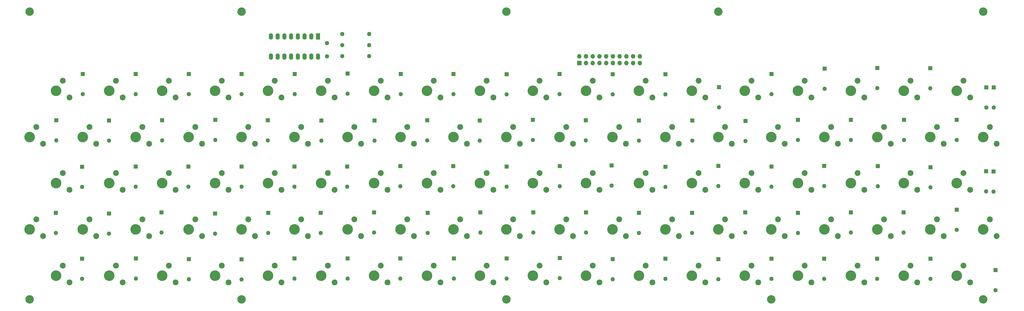
<source format=gbr>
%TF.GenerationSoftware,KiCad,Pcbnew,6.0.11+dfsg-1*%
%TF.CreationDate,2025-04-19T12:41:23+02:00*%
%TF.ProjectId,AkkordeonDiskant,416b6b6f-7264-4656-9f6e-4469736b616e,rev?*%
%TF.SameCoordinates,Original*%
%TF.FileFunction,Soldermask,Top*%
%TF.FilePolarity,Negative*%
%FSLAX46Y46*%
G04 Gerber Fmt 4.6, Leading zero omitted, Abs format (unit mm)*
G04 Created by KiCad (PCBNEW 6.0.11+dfsg-1) date 2025-04-19 12:41:23*
%MOMM*%
%LPD*%
G01*
G04 APERTURE LIST*
%ADD10R,1.600000X1.600000*%
%ADD11O,1.600000X1.600000*%
%ADD12C,2.200000*%
%ADD13C,4.000000*%
%ADD14C,3.200000*%
%ADD15O,1.600000X2.400000*%
%ADD16R,1.600000X2.400000*%
%ADD17C,1.600000*%
%ADD18O,1.700000X1.700000*%
%ADD19R,1.700000X1.700000*%
G04 APERTURE END LIST*
D10*
%TO.C,D76*%
X270002000Y-143764000D03*
D11*
X270002000Y-151384000D03*
%TD*%
D10*
%TO.C,D39*%
X170053000Y-143637000D03*
D11*
X170053000Y-151257000D03*
%TD*%
D10*
%TO.C,D47*%
X329946000Y-213614000D03*
D11*
X329946000Y-221234000D03*
%TD*%
D12*
%TO.C,SW406*%
X132540000Y-163690000D03*
X135080000Y-170040000D03*
D13*
X130000000Y-167500000D03*
%TD*%
D12*
%TO.C,SW307*%
X162540000Y-181190000D03*
X165080000Y-187540000D03*
D13*
X160000000Y-185000000D03*
%TD*%
D12*
%TO.C,SW205*%
X112540000Y-198690000D03*
X115080000Y-205040000D03*
D13*
X110000000Y-202500000D03*
%TD*%
D10*
%TO.C,D73*%
X210058000Y-143764000D03*
D11*
X210058000Y-151384000D03*
%TD*%
D14*
%TO.C,REF120*%
X110000000Y-120000000D03*
%TD*%
D10*
%TO.C,D26*%
X59944000Y-161290000D03*
D11*
X59944000Y-168910000D03*
%TD*%
D10*
%TO.C,D79*%
X330073000Y-141605000D03*
D11*
X330073000Y-149225000D03*
%TD*%
D10*
%TO.C,D68*%
X259969000Y-161290000D03*
D11*
X259969000Y-168910000D03*
%TD*%
D10*
%TO.C,D82*%
X379984000Y-195072000D03*
D11*
X379984000Y-202692000D03*
%TD*%
D10*
%TO.C,D65*%
X199898000Y-161290000D03*
D11*
X199898000Y-168910000D03*
%TD*%
D10*
%TO.C,D53*%
X280035000Y-196215000D03*
D11*
X280035000Y-203835000D03*
%TD*%
D12*
%TO.C,SW211*%
X232540000Y-198690000D03*
X235080000Y-205040000D03*
D13*
X230000000Y-202500000D03*
%TD*%
D10*
%TO.C,D90*%
X391033000Y-180467000D03*
D11*
X391033000Y-188087000D03*
%TD*%
D12*
%TO.C,SW202*%
X52540000Y-198690000D03*
X55080000Y-205040000D03*
D13*
X50000000Y-202500000D03*
%TD*%
D10*
%TO.C,D81*%
X359918000Y-196088000D03*
D11*
X359918000Y-203708000D03*
%TD*%
D10*
%TO.C,D32*%
X180086000Y-161163000D03*
D11*
X180086000Y-168783000D03*
%TD*%
D10*
%TO.C,D69*%
X280162000Y-161290000D03*
D11*
X280162000Y-168910000D03*
%TD*%
D12*
%TO.C,SW302*%
X62540000Y-181190000D03*
X65080000Y-187540000D03*
D13*
X60000000Y-185000000D03*
%TD*%
D12*
%TO.C,SW108*%
X182540000Y-216190000D03*
X185080000Y-222540000D03*
D13*
X180000000Y-220000000D03*
%TD*%
D10*
%TO.C,D1*%
X49784000Y-213614000D03*
D11*
X49784000Y-221234000D03*
%TD*%
D10*
%TO.C,D62*%
X310007000Y-178689000D03*
D11*
X310007000Y-186309000D03*
%TD*%
D12*
%TO.C,SW405*%
X112540000Y-163690000D03*
X115080000Y-170040000D03*
D13*
X110000000Y-167500000D03*
%TD*%
D10*
%TO.C,D48*%
X349885000Y-213614000D03*
D11*
X349885000Y-221234000D03*
%TD*%
D12*
%TO.C,SW313*%
X282540000Y-181190000D03*
X285080000Y-187540000D03*
D13*
X280000000Y-185000000D03*
%TD*%
D12*
%TO.C,SW303*%
X82540000Y-181190000D03*
X85080000Y-187540000D03*
D13*
X80000000Y-185000000D03*
%TD*%
D12*
%TO.C,SW511*%
X242540000Y-146190000D03*
X245080000Y-152540000D03*
D13*
X240000000Y-150000000D03*
%TD*%
D12*
%TO.C,SW402*%
X52540000Y-163690000D03*
X55080000Y-170040000D03*
D13*
X50000000Y-167500000D03*
%TD*%
D12*
%TO.C,SW502*%
X62540000Y-146190000D03*
X65080000Y-152540000D03*
D13*
X60000000Y-150000000D03*
%TD*%
D14*
%TO.C,REF07*%
X110000000Y-229000000D03*
%TD*%
D10*
%TO.C,D12*%
X99949000Y-196469000D03*
D11*
X99949000Y-204089000D03*
%TD*%
D10*
%TO.C,D50*%
X220091000Y-196088000D03*
D11*
X220091000Y-203708000D03*
%TD*%
D10*
%TO.C,D23*%
X169926000Y-178562000D03*
D11*
X169926000Y-186182000D03*
%TD*%
D14*
%TO.C,REF07*%
X390000000Y-229000000D03*
%TD*%
D12*
%TO.C,SW403*%
X72540000Y-163690000D03*
X75080000Y-170040000D03*
D13*
X70000000Y-167500000D03*
%TD*%
D10*
%TO.C,D20*%
X109982000Y-178689000D03*
D11*
X109982000Y-186309000D03*
%TD*%
D10*
%TO.C,D60*%
X270002000Y-178816000D03*
D11*
X270002000Y-186436000D03*
%TD*%
D12*
%TO.C,SW505*%
X122540000Y-146190000D03*
X125080000Y-152540000D03*
D13*
X120000000Y-150000000D03*
%TD*%
D10*
%TO.C,D7*%
X169926000Y-213487000D03*
D11*
X169926000Y-221107000D03*
%TD*%
D14*
%TO.C,REF07*%
X390000000Y-120000000D03*
%TD*%
D12*
%TO.C,SW317*%
X362540000Y-181190000D03*
X365080000Y-187540000D03*
D13*
X360000000Y-185000000D03*
%TD*%
D10*
%TO.C,D70*%
X300228000Y-161417000D03*
D11*
X300228000Y-169037000D03*
%TD*%
D10*
%TO.C,D2*%
X70104000Y-213487000D03*
D11*
X70104000Y-221107000D03*
%TD*%
D10*
%TO.C,D14*%
X139827000Y-196215000D03*
D11*
X139827000Y-203835000D03*
%TD*%
D12*
%TO.C,SW103*%
X82540000Y-216190000D03*
X85080000Y-222540000D03*
D13*
X80000000Y-220000000D03*
%TD*%
D12*
%TO.C,SW101*%
X42540000Y-216190000D03*
X45080000Y-222540000D03*
D13*
X40000000Y-220000000D03*
%TD*%
D10*
%TO.C,D44*%
X270002000Y-213614000D03*
D11*
X270002000Y-221234000D03*
%TD*%
D12*
%TO.C,SW419*%
X392540000Y-163690000D03*
X395080000Y-170040000D03*
D13*
X390000000Y-167500000D03*
%TD*%
D10*
%TO.C,D43*%
X250063000Y-213741000D03*
D11*
X250063000Y-221361000D03*
%TD*%
D10*
%TO.C,D85*%
X379984000Y-161036000D03*
D11*
X379984000Y-168656000D03*
%TD*%
D10*
%TO.C,D3*%
X90043000Y-213741000D03*
D11*
X90043000Y-221361000D03*
%TD*%
D10*
%TO.C,D25*%
X40005000Y-161163000D03*
D11*
X40005000Y-168783000D03*
%TD*%
D15*
%TO.C,U1*%
X138821000Y-137043000D03*
X136281000Y-137043000D03*
X133741000Y-137043000D03*
X131201000Y-137043000D03*
X128661000Y-137043000D03*
X126121000Y-137043000D03*
X123581000Y-137043000D03*
X121041000Y-137043000D03*
X121041000Y-129423000D03*
X123581000Y-129423000D03*
X126121000Y-129423000D03*
X128661000Y-129423000D03*
X131201000Y-129423000D03*
X133741000Y-129423000D03*
X136281000Y-129423000D03*
D16*
X138821000Y-129423000D03*
%TD*%
D10*
%TO.C,D86*%
X393954000Y-148717000D03*
D11*
X393954000Y-156337000D03*
%TD*%
D10*
%TO.C,D42*%
X230124000Y-213360000D03*
D11*
X230124000Y-220980000D03*
%TD*%
D14*
%TO.C,REF07*%
X290000000Y-120000000D03*
%TD*%
D12*
%TO.C,SW515*%
X322540000Y-146190000D03*
X325080000Y-152540000D03*
D13*
X320000000Y-150000000D03*
%TD*%
D12*
%TO.C,SW116*%
X342540000Y-216190000D03*
X345080000Y-222540000D03*
D13*
X340000000Y-220000000D03*
%TD*%
D10*
%TO.C,D31*%
X160147000Y-161290000D03*
D11*
X160147000Y-168910000D03*
%TD*%
D12*
%TO.C,SW215*%
X312540000Y-198690000D03*
X315080000Y-205040000D03*
D13*
X310000000Y-202500000D03*
%TD*%
D10*
%TO.C,D17*%
X49784000Y-178816000D03*
D11*
X49784000Y-186436000D03*
%TD*%
D10*
%TO.C,D57*%
X210058000Y-178689000D03*
D11*
X210058000Y-186309000D03*
%TD*%
%TO.C,R3*%
X158115000Y-136906000D03*
D17*
X147955000Y-136906000D03*
%TD*%
D12*
%TO.C,SW315*%
X322540000Y-181190000D03*
X325080000Y-187540000D03*
D13*
X320000000Y-185000000D03*
%TD*%
D12*
%TO.C,SW503*%
X82540000Y-146190000D03*
X85080000Y-152540000D03*
D13*
X80000000Y-150000000D03*
%TD*%
D12*
%TO.C,SW411*%
X232540000Y-163690000D03*
X235080000Y-170040000D03*
D13*
X230000000Y-167500000D03*
%TD*%
D10*
%TO.C,D4*%
X109982000Y-213868000D03*
D11*
X109982000Y-221488000D03*
%TD*%
D12*
%TO.C,SW208*%
X172540000Y-198690000D03*
X175080000Y-205040000D03*
D13*
X170000000Y-202500000D03*
%TD*%
D12*
%TO.C,SW410*%
X212540000Y-163690000D03*
X215080000Y-170040000D03*
D13*
X210000000Y-167500000D03*
%TD*%
D10*
%TO.C,D88*%
X394589000Y-217932000D03*
D11*
X394589000Y-225552000D03*
%TD*%
D10*
%TO.C,D15*%
X160020000Y-196088000D03*
D11*
X160020000Y-203708000D03*
%TD*%
D12*
%TO.C,SW509*%
X202540000Y-146190000D03*
X205080000Y-152540000D03*
D13*
X200000000Y-150000000D03*
%TD*%
D14*
%TO.C,REF07*%
X310000000Y-229000000D03*
%TD*%
D12*
%TO.C,SW107*%
X162540000Y-216190000D03*
X165080000Y-222540000D03*
D13*
X160000000Y-220000000D03*
%TD*%
D12*
%TO.C,SW218*%
X372540000Y-198690000D03*
X375080000Y-205040000D03*
D13*
X370000000Y-202500000D03*
%TD*%
D10*
%TO.C,D87*%
X370078000Y-213614000D03*
D11*
X370078000Y-221234000D03*
%TD*%
D12*
%TO.C,SW305*%
X122540000Y-181190000D03*
X125080000Y-187540000D03*
D13*
X120000000Y-185000000D03*
%TD*%
D12*
%TO.C,SW414*%
X292540000Y-163690000D03*
X295080000Y-170040000D03*
D13*
X290000000Y-167500000D03*
%TD*%
D10*
%TO.C,D56*%
X339979000Y-196088000D03*
D11*
X339979000Y-203708000D03*
%TD*%
D10*
%TO.C,D72*%
X339979000Y-161036000D03*
D11*
X339979000Y-168656000D03*
%TD*%
D12*
%TO.C,SW513*%
X282540000Y-146190000D03*
X285080000Y-152540000D03*
D13*
X280000000Y-150000000D03*
%TD*%
D12*
%TO.C,SW418*%
X372540000Y-163690000D03*
X375080000Y-170040000D03*
D13*
X370000000Y-167500000D03*
%TD*%
D12*
%TO.C,SW104*%
X102540000Y-216190000D03*
X105080000Y-222540000D03*
D13*
X100000000Y-220000000D03*
%TD*%
D12*
%TO.C,SW216*%
X332540000Y-198690000D03*
X335080000Y-205040000D03*
D13*
X330000000Y-202500000D03*
%TD*%
D12*
%TO.C,SW417*%
X352540000Y-163690000D03*
X355080000Y-170040000D03*
D13*
X350000000Y-167500000D03*
%TD*%
D12*
%TO.C,SW412*%
X252540000Y-163690000D03*
X255080000Y-170040000D03*
D13*
X250000000Y-167500000D03*
%TD*%
D10*
%TO.C,D22*%
X149860000Y-178689000D03*
D11*
X149860000Y-186309000D03*
%TD*%
D12*
%TO.C,SW407*%
X152540000Y-163690000D03*
X155080000Y-170040000D03*
D13*
X150000000Y-167500000D03*
%TD*%
D12*
%TO.C,SW213*%
X272540000Y-198690000D03*
X275080000Y-205040000D03*
D13*
X270000000Y-202500000D03*
%TD*%
D10*
%TO.C,D84*%
X360045000Y-161036000D03*
D11*
X360045000Y-168656000D03*
%TD*%
D10*
%TO.C,D66*%
X219964000Y-161036000D03*
D11*
X219964000Y-168656000D03*
%TD*%
D10*
%TO.C,D46*%
X310007000Y-213614000D03*
D11*
X310007000Y-221234000D03*
%TD*%
D12*
%TO.C,SW209*%
X192540000Y-198690000D03*
X195080000Y-205040000D03*
D13*
X190000000Y-202500000D03*
%TD*%
D12*
%TO.C,SW314*%
X302540000Y-181190000D03*
X305080000Y-187540000D03*
D13*
X300000000Y-185000000D03*
%TD*%
D12*
%TO.C,SW112*%
X262540000Y-216190000D03*
X265080000Y-222540000D03*
D13*
X260000000Y-220000000D03*
%TD*%
D12*
%TO.C,SW113*%
X282540000Y-216190000D03*
X285080000Y-222540000D03*
D13*
X280000000Y-220000000D03*
%TD*%
D12*
%TO.C,SW114*%
X302540000Y-216190000D03*
X305080000Y-222540000D03*
D13*
X300000000Y-220000000D03*
%TD*%
D12*
%TO.C,SW512*%
X262540000Y-146190000D03*
X265080000Y-152540000D03*
D13*
X260000000Y-150000000D03*
%TD*%
D12*
%TO.C,SW106*%
X142540000Y-216190000D03*
X145080000Y-222540000D03*
D13*
X140000000Y-220000000D03*
%TD*%
D10*
%TO.C,D29*%
X119888000Y-161163000D03*
D11*
X119888000Y-168783000D03*
%TD*%
D10*
%TO.C,D91*%
X369951000Y-141478000D03*
D11*
X369951000Y-149098000D03*
%TD*%
D12*
%TO.C,SW510*%
X222540000Y-146190000D03*
X225080000Y-152540000D03*
D13*
X220000000Y-150000000D03*
%TD*%
D12*
%TO.C,SW413*%
X272540000Y-163690000D03*
X275080000Y-170040000D03*
D13*
X270000000Y-167500000D03*
%TD*%
D11*
%TO.C,R1*%
X158115000Y-128524000D03*
D17*
X147955000Y-128524000D03*
%TD*%
D12*
%TO.C,SW204*%
X92540000Y-198690000D03*
X95080000Y-205040000D03*
D13*
X90000000Y-202500000D03*
%TD*%
D10*
%TO.C,D33*%
X50038000Y-143637000D03*
D11*
X50038000Y-151257000D03*
%TD*%
D12*
%TO.C,SW312*%
X262540000Y-181190000D03*
X265080000Y-187540000D03*
D13*
X260000000Y-185000000D03*
%TD*%
D12*
%TO.C,SW514*%
X302540000Y-146190000D03*
X305080000Y-152540000D03*
D13*
X300000000Y-150000000D03*
%TD*%
D10*
%TO.C,D11*%
X79756000Y-196088000D03*
D11*
X79756000Y-203708000D03*
%TD*%
D10*
%TO.C,D92*%
X391160000Y-148717000D03*
D11*
X391160000Y-156337000D03*
%TD*%
D14*
%TO.C,REF07*%
X210000000Y-120000000D03*
%TD*%
D10*
%TO.C,D77*%
X290195000Y-148684000D03*
D11*
X290195000Y-156304000D03*
%TD*%
D12*
%TO.C,SW401*%
X32540000Y-163690000D03*
X35080000Y-170040000D03*
D13*
X30000000Y-167500000D03*
%TD*%
D12*
%TO.C,SW110*%
X222540000Y-216190000D03*
X225080000Y-222540000D03*
D13*
X220000000Y-220000000D03*
%TD*%
D10*
%TO.C,D27*%
X80010000Y-161163000D03*
D11*
X80010000Y-168783000D03*
%TD*%
D12*
%TO.C,SW311*%
X242540000Y-181190000D03*
X245080000Y-187540000D03*
D13*
X240000000Y-185000000D03*
%TD*%
D10*
%TO.C,D16*%
X180213000Y-196215000D03*
D11*
X180213000Y-203835000D03*
%TD*%
D12*
%TO.C,SW316*%
X342540000Y-181190000D03*
X345080000Y-187540000D03*
D13*
X340000000Y-185000000D03*
%TD*%
D10*
%TO.C,D49*%
X200152000Y-196088000D03*
D11*
X200152000Y-203708000D03*
%TD*%
D12*
%TO.C,SW105*%
X122540000Y-216190000D03*
X125080000Y-222540000D03*
D13*
X120000000Y-220000000D03*
%TD*%
D10*
%TO.C,D41*%
X210058000Y-213487000D03*
D11*
X210058000Y-221107000D03*
%TD*%
D10*
%TO.C,D63*%
X329946000Y-178435000D03*
D11*
X329946000Y-186055000D03*
%TD*%
D12*
%TO.C,SW516*%
X342540000Y-146190000D03*
X345080000Y-152540000D03*
D13*
X340000000Y-150000000D03*
%TD*%
D10*
%TO.C,D80*%
X350012000Y-141351000D03*
D11*
X350012000Y-148971000D03*
%TD*%
D10*
%TO.C,D52*%
X259969000Y-196215000D03*
D11*
X259969000Y-203835000D03*
%TD*%
D10*
%TO.C,D28*%
X100076000Y-161036000D03*
D11*
X100076000Y-168656000D03*
%TD*%
D10*
%TO.C,D75*%
X250063000Y-143764000D03*
D11*
X250063000Y-151384000D03*
%TD*%
D10*
%TO.C,D19*%
X89916000Y-178689000D03*
D11*
X89916000Y-186309000D03*
%TD*%
D10*
%TO.C,D55*%
X320040000Y-196215000D03*
D11*
X320040000Y-203835000D03*
%TD*%
D10*
%TO.C,D74*%
X229997000Y-143637000D03*
D11*
X229997000Y-151257000D03*
%TD*%
D12*
%TO.C,SW201*%
X32540000Y-198690000D03*
X35080000Y-205040000D03*
D13*
X30000000Y-202500000D03*
%TD*%
D14*
%TO.C,REF07*%
X30000000Y-229000000D03*
%TD*%
D10*
%TO.C,D61*%
X289941000Y-178435000D03*
D11*
X289941000Y-186055000D03*
%TD*%
D12*
%TO.C,SW206*%
X132540000Y-198690000D03*
X135080000Y-205040000D03*
D13*
X130000000Y-202500000D03*
%TD*%
D10*
%TO.C,D67*%
X239903000Y-161163000D03*
D11*
X239903000Y-168783000D03*
%TD*%
D10*
%TO.C,D54*%
X300101000Y-196088000D03*
D11*
X300101000Y-203708000D03*
%TD*%
D12*
%TO.C,SW102*%
X62540000Y-216190000D03*
X65080000Y-222540000D03*
D13*
X60000000Y-220000000D03*
%TD*%
D10*
%TO.C,D36*%
X109982000Y-143637000D03*
D11*
X109982000Y-151257000D03*
%TD*%
D10*
%TO.C,D78*%
X310007000Y-143637000D03*
D11*
X310007000Y-151257000D03*
%TD*%
D12*
%TO.C,SW504*%
X102540000Y-146190000D03*
X105080000Y-152540000D03*
D13*
X100000000Y-150000000D03*
%TD*%
D12*
%TO.C,SW309*%
X202540000Y-181190000D03*
X205080000Y-187540000D03*
D13*
X200000000Y-185000000D03*
%TD*%
D12*
%TO.C,SW109*%
X202540000Y-216190000D03*
X205080000Y-222540000D03*
D13*
X200000000Y-220000000D03*
%TD*%
D10*
%TO.C,D37*%
X130048000Y-143637000D03*
D11*
X130048000Y-151257000D03*
%TD*%
D12*
%TO.C,SW304*%
X102540000Y-181190000D03*
X105080000Y-187540000D03*
D13*
X100000000Y-185000000D03*
%TD*%
D12*
%TO.C,SW207*%
X152540000Y-198690000D03*
X155080000Y-205040000D03*
D13*
X150000000Y-202500000D03*
%TD*%
D10*
%TO.C,D34*%
X69977000Y-143637000D03*
D11*
X69977000Y-151257000D03*
%TD*%
D12*
%TO.C,SW210*%
X212540000Y-198690000D03*
X215080000Y-205040000D03*
D13*
X210000000Y-202500000D03*
%TD*%
D12*
%TO.C,SW507*%
X162540000Y-146190000D03*
X165080000Y-152540000D03*
D13*
X160000000Y-150000000D03*
%TD*%
D10*
%TO.C,D21*%
X129921000Y-178689000D03*
D11*
X129921000Y-186309000D03*
%TD*%
D14*
%TO.C,REF07*%
X30000000Y-120000000D03*
%TD*%
D10*
%TO.C,D10*%
X59944000Y-196469000D03*
D11*
X59944000Y-204089000D03*
%TD*%
D12*
%TO.C,SW214*%
X292540000Y-198690000D03*
X295080000Y-205040000D03*
D13*
X290000000Y-202500000D03*
%TD*%
D10*
%TO.C,D38*%
X149987000Y-143510000D03*
D11*
X149987000Y-151130000D03*
%TD*%
D12*
%TO.C,SW115*%
X322540000Y-216190000D03*
X325080000Y-222540000D03*
D13*
X320000000Y-220000000D03*
%TD*%
D12*
%TO.C,SW111*%
X242540000Y-216190000D03*
X245080000Y-222540000D03*
D13*
X240000000Y-220000000D03*
%TD*%
D10*
%TO.C,D89*%
X370078000Y-178943000D03*
D11*
X370078000Y-186563000D03*
%TD*%
D12*
%TO.C,SW404*%
X92540000Y-163690000D03*
X95080000Y-170040000D03*
D13*
X90000000Y-167500000D03*
%TD*%
D12*
%TO.C,SW501*%
X42540000Y-146190000D03*
X45080000Y-152540000D03*
D13*
X40000000Y-150000000D03*
%TD*%
D14*
%TO.C,REF07*%
X210000000Y-229000000D03*
%TD*%
D10*
%TO.C,D59*%
X249682000Y-178308000D03*
D11*
X249682000Y-185928000D03*
%TD*%
D12*
%TO.C,SW408*%
X172540000Y-163690000D03*
X175080000Y-170040000D03*
D13*
X170000000Y-167500000D03*
%TD*%
D12*
%TO.C,SW409*%
X192540000Y-163690000D03*
X195080000Y-170040000D03*
D13*
X190000000Y-167500000D03*
%TD*%
D12*
%TO.C,SW212*%
X252540000Y-198690000D03*
X255080000Y-205040000D03*
D13*
X250000000Y-202500000D03*
%TD*%
D10*
%TO.C,D45*%
X289941000Y-213741000D03*
D11*
X289941000Y-221361000D03*
%TD*%
D10*
%TO.C,D30*%
X140081000Y-161290000D03*
D11*
X140081000Y-168910000D03*
%TD*%
D10*
%TO.C,D5*%
X129921000Y-213487000D03*
D11*
X129921000Y-221107000D03*
%TD*%
D12*
%TO.C,SW308*%
X182540000Y-181190000D03*
X185080000Y-187540000D03*
D13*
X180000000Y-185000000D03*
%TD*%
D10*
%TO.C,D51*%
X240030000Y-196088000D03*
D11*
X240030000Y-203708000D03*
%TD*%
D10*
%TO.C,D40*%
X189992000Y-143637000D03*
D11*
X189992000Y-151257000D03*
%TD*%
D12*
%TO.C,SW117*%
X362540000Y-216190000D03*
X365080000Y-222540000D03*
D13*
X360000000Y-220000000D03*
%TD*%
D12*
%TO.C,SW508*%
X182540000Y-146190000D03*
X185080000Y-152540000D03*
D13*
X180000000Y-150000000D03*
%TD*%
D10*
%TO.C,D64*%
X350139000Y-178562000D03*
D11*
X350139000Y-186182000D03*
%TD*%
D10*
%TO.C,D58*%
X230124000Y-178562000D03*
D11*
X230124000Y-186182000D03*
%TD*%
D12*
%TO.C,SW517*%
X362540000Y-146190000D03*
X365080000Y-152540000D03*
D13*
X360000000Y-150000000D03*
%TD*%
D12*
%TO.C,SW203*%
X72540000Y-198690000D03*
X75080000Y-205040000D03*
D13*
X70000000Y-202500000D03*
%TD*%
D12*
%TO.C,SW219*%
X392540000Y-198690000D03*
X395080000Y-205040000D03*
D13*
X390000000Y-202500000D03*
%TD*%
D12*
%TO.C,SW217*%
X352540000Y-198690000D03*
X355080000Y-205040000D03*
D13*
X350000000Y-202500000D03*
%TD*%
D17*
%TO.C,C1*%
X142240000Y-136993000D03*
X142240000Y-131993000D03*
%TD*%
D12*
%TO.C,SW310*%
X222540000Y-181190000D03*
X225080000Y-187540000D03*
D13*
X220000000Y-185000000D03*
%TD*%
D10*
%TO.C,D6*%
X149987000Y-213487000D03*
D11*
X149987000Y-221107000D03*
%TD*%
D12*
%TO.C,SW318*%
X382540000Y-181190000D03*
X385080000Y-187540000D03*
D13*
X380000000Y-185000000D03*
%TD*%
D12*
%TO.C,SW306*%
X142540000Y-181190000D03*
X145080000Y-187540000D03*
D13*
X140000000Y-185000000D03*
%TD*%
D12*
%TO.C,SW118*%
X382540000Y-216190000D03*
X385080000Y-222540000D03*
D13*
X380000000Y-220000000D03*
%TD*%
D10*
%TO.C,D9*%
X39878000Y-196215000D03*
D11*
X39878000Y-203835000D03*
%TD*%
D12*
%TO.C,SW415*%
X312540000Y-163690000D03*
X315080000Y-170040000D03*
D13*
X310000000Y-167500000D03*
%TD*%
D10*
%TO.C,D24*%
X189865000Y-178562000D03*
D11*
X189865000Y-186182000D03*
%TD*%
D10*
%TO.C,D83*%
X393827000Y-180594000D03*
D11*
X393827000Y-188214000D03*
%TD*%
D12*
%TO.C,SW301*%
X42540000Y-181190000D03*
X45080000Y-187540000D03*
D13*
X40000000Y-185000000D03*
%TD*%
D12*
%TO.C,SW506*%
X142540000Y-146190000D03*
X145080000Y-152540000D03*
D13*
X140000000Y-150000000D03*
%TD*%
D11*
%TO.C,R2*%
X158115000Y-132715000D03*
D17*
X147955000Y-132715000D03*
%TD*%
D10*
%TO.C,D13*%
X120015000Y-196215000D03*
D11*
X120015000Y-203835000D03*
%TD*%
D12*
%TO.C,SW416*%
X332540000Y-163690000D03*
X335080000Y-170040000D03*
D13*
X330000000Y-167500000D03*
%TD*%
D10*
%TO.C,D71*%
X320040000Y-161036000D03*
D11*
X320040000Y-168656000D03*
%TD*%
D10*
%TO.C,D8*%
X190119000Y-213487000D03*
D11*
X190119000Y-221107000D03*
%TD*%
D12*
%TO.C,SW518*%
X382540000Y-146190000D03*
X385080000Y-152540000D03*
D13*
X380000000Y-150000000D03*
%TD*%
D10*
%TO.C,D18*%
X69977000Y-178689000D03*
D11*
X69977000Y-186309000D03*
%TD*%
D18*
%TO.C,J1*%
X260335000Y-137000000D03*
X260335000Y-139540000D03*
X257795000Y-137000000D03*
X257795000Y-139540000D03*
X255255000Y-137000000D03*
X255255000Y-139540000D03*
X252715000Y-137000000D03*
X252715000Y-139540000D03*
X250175000Y-137000000D03*
X250175000Y-139540000D03*
X247635000Y-137000000D03*
X247635000Y-139540000D03*
X245095000Y-137000000D03*
X245095000Y-139540000D03*
X242555000Y-137000000D03*
X242555000Y-139540000D03*
X240015000Y-137000000D03*
X240015000Y-139540000D03*
X237475000Y-137000000D03*
D19*
X237475000Y-139540000D03*
%TD*%
D10*
%TO.C,D35*%
X90043000Y-143637000D03*
D11*
X90043000Y-151257000D03*
%TD*%
M02*

</source>
